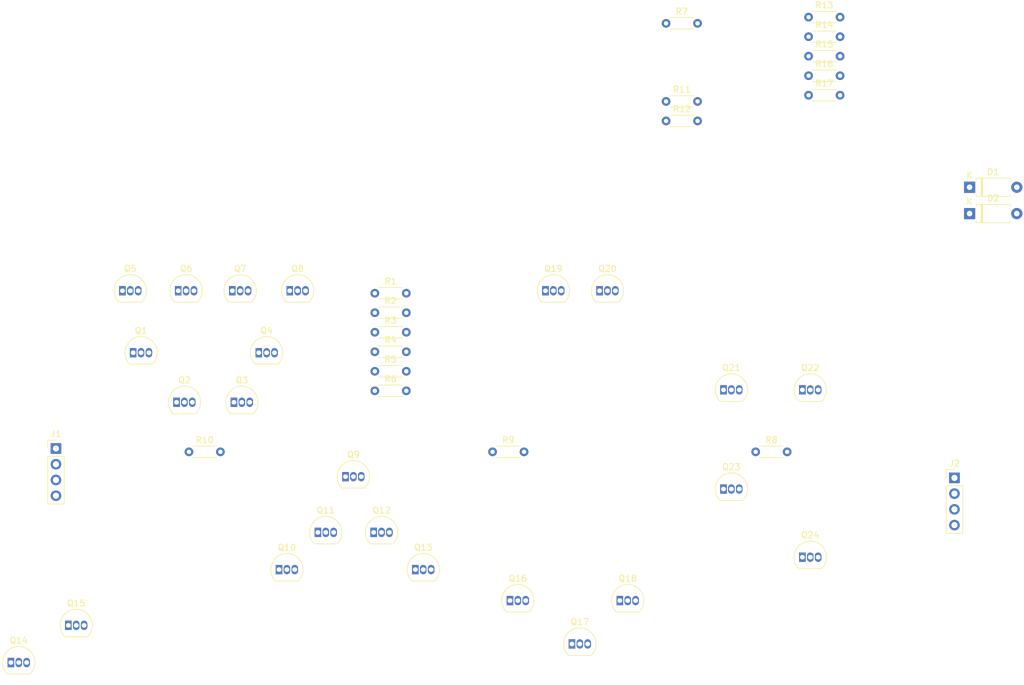
<source format=kicad_pcb>
(kicad_pcb (version 20221018) (generator pcbnew)
  (layers (0 "F.Cu" signal) (31 "B.Cu" signal) (34 "B.Paste" user) (35 "F.Paste" user) (36 "B.SilkS" user "B.Silkscreen") (37 "F.SilkS" user "F.Silkscreen") (38 "B.Mask" user) (39 "F.Mask" user) (44 "Edge.Cuts" user))
  (net 0 "")
  (net 1 "Net-(D1-K)")
  (net 2 "Output")
  (net 3 "Net-(D2-K)")
  (net 4 "Net-(D2-A)")
  (net 5 "Reset")
  (net 6 "Trigger")
  (net 7 "GND")
  (net 8 "VCC")
  (net 9 "Discharge")
  (net 10 "Threshold")
  (net 11 "Control Voltage")
  (net 12 "Net-(Q1-E)")
  (net 13 "Net-(Q1-C)")
  (net 14 "Net-(Q2-E)")
  (net 15 "Net-(Q3-B)")
  (net 16 "Net-(Q3-C)")
  (net 17 "Net-(Q11-E)")
  (net 18 "Net-(Q5-E)")
  (net 19 "Net-(Q6-E)")
  (net 20 "Net-(Q16-B)")
  (net 21 "Net-(Q8-E)")
  (net 22 "Net-(Q9-E)")
  (net 23 "Net-(Q10-E)")
  (net 24 "Net-(Q11-C)")
  (net 25 "Net-(Q12-B)")
  (net 26 "Net-(Q12-C)")
  (net 27 "Net-(Q13-B)")
  (net 28 "Net-(Q14-B)")
  (net 29 "Net-(Q18-C)")
  (net 30 "Net-(Q21-C)")
  (net 31 "Net-(Q23-E)")
  (net 32 "Net-(Q24-B)")
  (footprint "Package_TO_SOT_THT:TO-92_Inline" (layer "F.Cu") (at 144 77)
    (fp_text reference "Q19" (at 1.27 -3.56) (layer "F.SilkS"))
    (fp_text value "2N3906")
    (fp_line (start -0.53 1.85) (end 3.07 1.85) (stroke (width 0.12)) (layer "F.SilkS"))
    (fp_arc (start -0.568478 1.838478) (mid -1.132087 -0.994977) (end 1.27 -2.6) (stroke (width 0.12)) (layer "F.SilkS"))
    (fp_arc (start 1.27 -2.6) (mid 3.672087 -0.994977) (end 3.108478 1.838478) (stroke (width 0.12)) (layer "F.SilkS"))
    (pad "1" thru_hole rect (at 0 0) (size 1.05 1.5) (drill 0.75) (layers "*.Cu" "*.Mask") (net 8 "VCC"))
    (pad "2" thru_hole oval (at 1.27 0) (size 1.05 1.5) (drill 0.75) (layers "*.Cu" "*.Mask") (net 20 "Net-(Q16-B)"))
    (pad "3" thru_hole oval (at 2.54 0) (size 1.05 1.5) (drill 0.75) (layers "*.Cu" "*.Mask") (net 20 "Net-(Q16-B)"))
  )
  (footprint "Package_TO_SOT_THT:TO-92_Inline" (layer "F.Cu") (at 116.27 116)
    (fp_text reference "Q12" (at 1.27 -3.56) (layer "F.SilkS"))
    (fp_text value "2N3906")
    (fp_line (start -0.53 1.85) (end 3.07 1.85) (stroke (width 0.12)) (layer "F.SilkS"))
    (fp_arc (start -0.568478 1.838478) (mid -1.132087 -0.994977) (end 1.27 -2.6) (stroke (width 0.12)) (layer "F.SilkS"))
    (fp_arc (start 1.27 -2.6) (mid 3.672087 -0.994977) (end 3.108478 1.838478) (stroke (width 0.12)) (layer "F.SilkS"))
    (pad "1" thru_hole rect (at 0 0) (size 1.05 1.5) (drill 0.75) (layers "*.Cu" "*.Mask") (net 17 "Net-(Q11-E)"))
    (pad "2" thru_hole oval (at 1.27 0) (size 1.05 1.5) (drill 0.75) (layers "*.Cu" "*.Mask") (net 25 "Net-(Q12-B)"))
    (pad "3" thru_hole oval (at 2.54 0) (size 1.05 1.5) (drill 0.75) (layers "*.Cu" "*.Mask") (net 26 "Net-(Q12-C)"))
  )
  (footprint "Resistor_THT:R_Axial_DIN0204_L3.6mm_D1.6mm_P5.08mm_Horizontal" (layer "F.Cu") (at 163.46 33.85)
    (fp_text reference "R7" (at 2.54 -1.92) (layer "F.SilkS"))
    (fp_text value "R")
    (fp_line (start 0.62 -0.92) (end 4.46 -0.92) (stroke (width 0.12)) (layer "F.SilkS"))
    (fp_line (start 0.62 0.92) (end 4.46 0.92) (stroke (width 0.12)) (layer "F.SilkS"))
    (pad "1" thru_hole circle (at 0 0) (size 1.4 1.4) (drill 0.7) (layers "*.Cu" "*.Mask") (net 26 "Net-(Q12-C)"))
    (pad "2" thru_hole oval (at 5.08 0) (size 1.4 1.4) (drill 0.7) (layers "*.Cu" "*.Mask") (net 7 "GND"))
  )
  (footprint "Resistor_THT:R_Axial_DIN0204_L3.6mm_D1.6mm_P5.08mm_Horizontal" (layer "F.Cu") (at 116.46 83.7)
    (fp_text reference "R3" (at 2.54 -1.92) (layer "F.SilkS"))
    (fp_text value "R")
    (fp_line (start 0.62 -0.92) (end 4.46 -0.92) (stroke (width 0.12)) (layer "F.SilkS"))
    (fp_line (start 0.62 0.92) (end 4.46 0.92) (stroke (width 0.12)) (layer "F.SilkS"))
    (pad "1" thru_hole circle (at 0 0) (size 1.4 1.4) (drill 0.7) (layers "*.Cu" "*.Mask") (net 8 "VCC"))
    (pad "2" thru_hole oval (at 5.08 0) (size 1.4 1.4) (drill 0.7) (layers "*.Cu" "*.Mask") (net 21 "Net-(Q8-E)"))
  )
  (footprint "Resistor_THT:R_Axial_DIN0204_L3.6mm_D1.6mm_P5.08mm_Horizontal" (layer "F.Cu") (at 116.46 90)
    (fp_text reference "R5" (at 2.54 -1.92) (layer "F.SilkS"))
    (fp_text value "R")
    (fp_line (start 0.62 -0.92) (end 4.46 -0.92) (stroke (width 0.12)) (layer "F.SilkS"))
    (fp_line (start 0.62 0.92) (end 4.46 0.92) (stroke (width 0.12)) (layer "F.SilkS"))
    (pad "1" thru_hole circle (at 0 0) (size 1.4 1.4) (drill 0.7) (layers "*.Cu" "*.Mask") (net 14 "Net-(Q2-E)"))
    (pad "2" thru_hole oval (at 5.08 0) (size 1.4 1.4) (drill 0.7) (layers "*.Cu" "*.Mask") (net 7 "GND"))
  )
  (footprint "Package_TO_SOT_THT:TO-92_Inline" (layer "F.Cu") (at 185.46 93)
    (fp_text reference "Q22" (at 1.27 -3.56) (layer "F.SilkS"))
    (fp_text value "2N3904")
    (fp_line (start -0.53 1.85) (end 3.07 1.85) (stroke (width 0.12)) (layer "F.SilkS"))
    (fp_arc (start -0.568478 1.838478) (mid -1.132087 -0.994977) (end 1.27 -2.6) (stroke (width 0.12)) (layer "F.SilkS"))
    (fp_arc (start 1.27 -2.6) (mid 3.672087 -0.994977) (end 3.108478 1.838478) (stroke (width 0.12)) (layer "F.SilkS"))
    (pad "1" thru_hole rect (at 0 0) (size 1.05 1.5) (drill 0.75) (layers "*.Cu" "*.Mask") (net 2 "Output"))
    (pad "2" thru_hole oval (at 1.27 0) (size 1.05 1.5) (drill 0.75) (layers "*.Cu" "*.Mask") (net 30 "Net-(Q21-C)"))
    (pad "3" thru_hole oval (at 2.54 0) (size 1.05 1.5) (drill 0.75) (layers "*.Cu" "*.Mask") (net 8 "VCC"))
  )
  (footprint "Package_TO_SOT_THT:TO-92_Inline" (layer "F.Cu") (at 84.73 77)
    (fp_text reference "Q6" (at 1.27 -3.56) (layer "F.SilkS"))
    (fp_text value "2N3906")
    (fp_line (start -0.53 1.85) (end 3.07 1.85) (stroke (width 0.12)) (layer "F.SilkS"))
    (fp_arc (start -0.568478 1.838478) (mid -1.132087 -0.994977) (end 1.27 -2.6) (stroke (width 0.12)) (layer "F.SilkS"))
    (fp_arc (start 1.27 -2.6) (mid 3.672087 -0.994977) (end 3.108478 1.838478) (stroke (width 0.12)) (layer "F.SilkS"))
    (pad "1" thru_hole rect (at 0 0) (size 1.05 1.5) (drill 0.75) (layers "*.Cu" "*.Mask") (net 19 "Net-(Q6-E)"))
    (pad "2" thru_hole oval (at 1.27 0) (size 1.05 1.5) (drill 0.75) (layers "*.Cu" "*.Mask") (net 13 "Net-(Q1-C)"))
    (pad "3" thru_hole oval (at 2.54 0) (size 1.05 1.5) (drill 0.75) (layers "*.Cu" "*.Mask") (net 20 "Net-(Q16-B)"))
  )
  (footprint "Resistor_THT:R_Axial_DIN0204_L3.6mm_D1.6mm_P5.08mm_Horizontal" (layer "F.Cu") (at 135.46 103)
    (fp_text reference "R9" (at 2.54 -1.92) (layer "F.SilkS"))
    (fp_text value "R")
    (fp_line (start 0.62 -0.92) (end 4.46 -0.92) (stroke (width 0.12)) (layer "F.SilkS"))
    (fp_line (start 0.62 0.92) (end 4.46 0.92) (stroke (width 0.12)) (layer "F.SilkS"))
    (pad "1" thru_hole circle (at 0 0) (size 1.4 1.4) (drill 0.7) (layers "*.Cu" "*.Mask") (net 11 "Control Voltage"))
    (pad "2" thru_hole oval (at 5.08 0) (size 1.4 1.4) (drill 0.7) (layers "*.Cu" "*.Mask") (net 27 "Net-(Q13-B)"))
  )
  (footprint "Resistor_THT:R_Axial_DIN0204_L3.6mm_D1.6mm_P5.08mm_Horizontal" (layer "F.Cu") (at 177.92 103)
    (fp_text reference "R8" (at 2.54 -1.92) (layer "F.SilkS"))
    (fp_text value "R")
    (fp_line (start 0.62 -0.92) (end 4.46 -0.92) (stroke (width 0.12)) (layer "F.SilkS"))
    (fp_line (start 0.62 0.92) (end 4.46 0.92) (stroke (width 0.12)) (layer "F.SilkS"))
    (pad "1" thru_hole circle (at 0 0) (size 1.4 1.4) (drill 0.7) (layers "*.Cu" "*.Mask") (net 8 "VCC"))
    (pad "2" thru_hole oval (at 5.08 0) (size 1.4 1.4) (drill 0.7) (layers "*.Cu" "*.Mask") (net 11 "Control Voltage"))
  )
  (footprint "Package_TO_SOT_THT:TO-92_Inline" (layer "F.Cu") (at 57.73 137)
    (fp_text reference "Q14" (at 1.27 -3.56) (layer "F.SilkS"))
    (fp_text value "2N3904")
    (fp_line (start -0.53 1.85) (end 3.07 1.85) (stroke (width 0.12)) (layer "F.SilkS"))
    (fp_arc (start -0.568478 1.838478) (mid -1.132087 -0.994977) (end 1.27 -2.6) (stroke (width 0.12)) (layer "F.SilkS"))
    (fp_arc (start 1.27 -2.6) (mid 3.672087 -0.994977) (end 3.108478 1.838478) (stroke (width 0.12)) (layer "F.SilkS"))
    (pad "1" thru_hole rect (at 0 0) (size 1.05 1.5) (drill 0.75) (layers "*.Cu" "*.Mask") (net 7 "GND"))
    (pad "2" thru_hole oval (at 1.27 0) (size 1.05 1.5) (drill 0.75) (layers "*.Cu" "*.Mask") (net 28 "Net-(Q14-B)"))
    (pad "3" thru_hole oval (at 2.54 0) (size 1.05 1.5) (drill 0.75) (layers "*.Cu" "*.Mask") (net 9 "Discharge"))
  )
  (footprint "Package_TO_SOT_THT:TO-92_Inline" (layer "F.Cu") (at 138.27 127)
    (fp_text reference "Q16" (at 1.27 -3.56) (layer "F.SilkS"))
    (fp_text value "2N3904")
    (fp_line (start -0.53 1.85) (end 3.07 1.85) (stroke (width 0.12)) (layer "F.SilkS"))
    (fp_arc (start -0.568478 1.838478) (mid -1.132087 -0.994977) (end 1.27 -2.6) (stroke (width 0.12)) (layer "F.SilkS"))
    (fp_arc (start 1.27 -2.6) (mid 3.672087 -0.994977) (end 3.108478 1.838478) (stroke (width 0.12)) (layer "F.SilkS"))
    (pad "1" thru_hole rect (at 0 0) (size 1.05 1.5) (drill 0.75) (layers "*.Cu" "*.Mask") (net 7 "GND"))
    (pad "2" thru_hole oval (at 1.27 0) (size 1.05 1.5) (drill 0.75) (layers "*.Cu" "*.Mask") (net 20 "Net-(Q16-B)"))
    (pad "3" thru_hole oval (at 2.54 0) (size 1.05 1.5) (drill 0.75) (layers "*.Cu" "*.Mask") (net 3 "Net-(D2-K)"))
  )
  (footprint "Connector_PinHeader_2.54mm:PinHeader_1x04_P2.54mm_Vertical" (layer "F.Cu") (at 210 107.2)
    (fp_text reference "J2" (at 0 -2.33) (layer "F.SilkS"))
    (fp_text value "Conn_01x04_Pin")
    (fp_line (start -1.33 -1.33) (end 0 -1.33) (stroke (width 0.12)) (layer "F.SilkS"))
    (fp_line (start -1.33 0) (end -1.33 -1.33) (stroke (width 0.12)) (layer "F.SilkS"))
    (fp_line (start -1.33 1.27) (end -1.33 8.95) (stroke (width 0.12)) (layer "F.SilkS"))
    (fp_line (start -1.33 1.27) (end 1.33 1.27) (stroke (width 0.12)) (layer "F.SilkS"))
    (fp_line (start -1.33 8.95) (end 1.33 8.95) (stroke (width 0.12)) (layer "F.SilkS"))
    (fp_line (start 1.33 1.27) (end 1.33 8.95) (stroke (width 0.12)) (layer "F.SilkS"))
    (pad "1" thru_hole rect (at 0 0) (size 1.7 1.7) (drill 1) (layers "*.Cu" "*.Mask") (net 8 "VCC"))
    (pad "2" thru_hole oval (at 0 2.54) (size 1.7 1.7) (drill 1) (layers "*.Cu" "*.Mask") (net 9 "Discharge"))
    (pad "3" thru_hole oval (at 0 5.08) (size 1.7 1.7) (drill 1) (layers "*.Cu" "*.Mask") (net 10 "Threshold"))
    (pad "4" thru_hole oval (at 0 7.62) (size 1.7 1.7) (drill 1) (layers "*.Cu" "*.Mask") (net 11 "Control Voltage"))
  )
  (footprint "Resistor_THT:R_Axial_DIN0204_L3.6mm_D1.6mm_P5.08mm_Horizontal" (layer "F.Cu") (at 116.46 80.55)
    (fp_text reference "R2" (at 2.54 -1.92) (layer "F.SilkS"))
    (fp_text value "R")
    (fp_line (start 0.62 -0.92) (end 4.46 -0.92) (stroke (width 0.12)) (layer "F.SilkS"))
    (fp_line (start 0.62 0.92) (end 4.46 0.92) (stroke (width 0.12)) (layer "F.SilkS"))
    (pad "1" thru_hole circle (at 0 0) (size 1.4 1.4) (drill 0.7) (layers "*.Cu" "*.Mask") (net 8 "VCC"))
    (pad "2" thru_hole oval (at 5.08 0) (size 1.4 1.4) (drill 0.7) (layers "*.Cu" "*.Mask") (net 19 "Net-(Q6-E)"))
  )
  (footprint "Resistor_THT:R_Axial_DIN0204_L3.6mm_D1.6mm_P5.08mm_Horizontal" (layer "F.Cu") (at 186.46 42.3)
    (fp_text reference "R16" (at 2.54 -1.92) (layer "F.SilkS"))
    (fp_text value "R")
    (fp_line (start 0.62 -0.92) (end 4.46 -0.92) (stroke (width 0.12)) (layer "F.SilkS"))
    (fp_line (start 0.62 0.92) (end 4.46 0.92) (stroke (width 0.12)) (layer "F.SilkS"))
    (pad "1" thru_hole circle (at 0 0) (size 1.4 1.4) (drill 0.7) (layers "*.Cu" "*.Mask") (net 31 "Net-(Q23-E)"))
    (pad "2" thru_hole oval (at 5.08 0) (size 1.4 1.4) (drill 0.7) (layers "*.Cu" "*.Mask") (net 28 "Net-(Q14-B)"))
  )
  (footprint "Package_TO_SOT_THT:TO-92_Inline" (layer "F.Cu") (at 123 122)
    (fp_text reference "Q13" (at 1.27 -3.56) (layer "F.SilkS"))
    (fp_text value "2N3906")
    (fp_line (start -0.53 1.85) (end 3.07 1.85) (stroke (width 0.12)) (layer "F.SilkS"))
    (fp_arc (start -0.568478 1.838478) (mid -1.132087 -0.994977) (end 1.27 -2.6) (stroke (width 0.12)) (layer "F.SilkS"))
    (fp_arc (start 1.27 -2.6) (mid 3.672087 -0.994977) (end 3.108478 1.838478) (stroke (width 0.12)) (layer "F.SilkS"))
    (pad "1" thru_hole rect (at 0 0) (size 1.05 1.5) (drill 0.75) (layers "*.Cu" "*.Mask") (net 25 "Net-(Q12-B)"))
    (pad "2" thru_hole oval (at 1.27 0) (size 1.05 1.5) (drill 0.75) (layers "*.Cu" "*.Mask") (net 27 "Net-(Q13-B)"))
    (pad "3" thru_hole oval (at 2.54 0) (size 1.05 1.5) (drill 0.75) (layers "*.Cu" "*.Mask") (net 26 "Net-(Q12-C)"))
  )
  (footprint "Resistor_THT:R_Axial_DIN0204_L3.6mm_D1.6mm_P5.08mm_Horizontal" (layer "F.Cu") (at 86.46 103)
    (fp_text reference "R10" (at 2.54 -1.92) (layer "F.SilkS"))
    (fp_text value "R")
    (fp_line (start 0.62 -0.92) (end 4.46 -0.92) (stroke (width 0.12)) (layer "F.SilkS"))
    (fp_line (start 0.62 0.92) (end 4.46 0.92) (stroke (width 0.12)) (layer "F.SilkS"))
    (pad "1" thru_hole circle (at 0 0) (size 1.4 1.4) (drill 0.7) (layers "*.Cu" "*.Mask") (net 27 "Net-(Q13-B)"))
    (pad "2" thru_hole oval (at 5.08 0) (size 1.4 1.4) (drill 0.7) (layers "*.Cu" "*.Mask") (net 7 "GND"))
  )
  (footprint "Resistor_THT:R_Axial_DIN0204_L3.6mm_D1.6mm_P5.08mm_Horizontal" (layer "F.Cu") (at 163.46 49.6)
    (fp_text reference "R12" (at 2.54 -1.92) (layer "F.SilkS"))
    (fp_text value "R")
    (fp_line (start 0.62 -0.92) (end 4.46 -0.92) (stroke (width 0.12)) (layer "F.SilkS"))
    (fp_line (start 0.62 0.92) (end 4.46 0.92) (stroke (width 0.12)) (layer "F.SilkS"))
    (pad "1" thru_hole circle (at 0 0) (size 1.4 1.4) (drill 0.7) (layers "*.Cu" "*.Mask") (net 8 "VCC"))
    (pad "2" thru_hole oval (at 5.08 0) (size 1.4 1.4) (drill 0.7) (layers "*.Cu" "*.Mask") (net 1 "Net-(D1-K)"))
  )
  (footprint "Package_TO_SOT_THT:TO-92_Inline" (layer "F.Cu") (at 93.46 77)
    (fp_text reference "Q7" (at 1.27 -3.56) (layer "F.SilkS"))
    (fp_text value "2N3906")
    (fp_line (start -0.53 1.85) (end 3.07 1.85) (stroke (width 0.12)) (layer "F.SilkS"))
    (fp_arc (start -0.568478 1.838478) (mid -1.132087 -0.994977) (end 1.27 -2.6) (stroke (width 0.12)) (layer "F.SilkS"))
    (fp_arc (start 1.27 -2.6) (mid 3.672087 -0.994977) (end 3.108478 1.838478) (stroke (width 0.12)) (layer "F.SilkS"))
    (pad "1" thru_hole rect (at 0 0) (size 1.05 1.5) (drill 0.75) (layers "*.Cu" "*.Mask") (net 19 "Net-(Q6-E)"))
    (pad "2" thru_hole oval (at 1.27 0) (size 1.05 1.5) (drill 0.75) (layers "*.Cu" "*.Mask") (net 16 "Net-(Q3-C)"))
    (pad "3" thru_hole oval (at 2.54 0) (size 1.05 1.5) (drill 0.75) (layers "*.Cu" "*.Mask") (net 7 "GND"))
  )
  (footprint "Resistor_THT:R_Axial_DIN0204_L3.6mm_D1.6mm_P5.08mm_Horizontal" (layer "F.Cu") (at 116.46 93.15)
    (fp_text reference "R6" (at 2.54 -1.92) (layer "F.SilkS"))
    (fp_text value "R")
    (fp_line (start 0.62 -0.92) (end 4.46 -0.92) (stroke (width 0.12)) (layer "F.SilkS"))
    (fp_line (start 0.62 0.92) (end 4.46 0.92) (stroke (width 0.12)) (layer "F.SilkS"))
    (pad "1" thru_hole circle (at 0 0) (size 1.4 1.4) (drill 0.7) (layers "*.Cu" "*.Mask") (net 24 "Net-(Q11-C)"))
    (pad "2" thru_hole oval (at 5.08 0) (size 1.4 1.4) (drill 0.7) (layers "*.Cu" "*.Mask") (net 7 "GND"))
  )
  (footprint "Package_TO_SOT_THT:TO-92_Inline" (layer "F.Cu") (at 107.27 116)
    (fp_text reference "Q11" (at 1.27 -3.56) (layer "F.SilkS"))
    (fp_text value "2N3906")
    (fp_line (start -0.53 1.85) (end 3.07 1.85) (stroke (width 0.12)) (layer "F.SilkS"))
    (fp_arc (start -0.568478 1.838478) (mid -1.132087 -0.994977) (end 1.27 -2.6) (stroke (width 0.12)) (layer "F.SilkS"))
    (fp_arc (start 1.27 -2.6) (mid 3.672087 -0.994977) (end 3.108478 1.838478) (stroke (width 0.12)) (layer "F.SilkS"))
    (pad "1" thru_hole rect (at 0 0) (size 1.05 1.5) (drill 0.75) (layers "*.Cu" "*.Mask") (net 17 "Net-(Q11-E)"))
    (pad "2" thru_hole oval (at 1.27 0) (size 1.05 1.5) (drill 0.75) (layers "*.Cu" "*.Mask") (net 23 "Net-(Q10-E)"))
    (pad "3" thru_hole oval (at 2.54 0) (size 1.05 1.5) (drill 0.75) (layers "*.Cu" "*.Mask") (net 24 "Net-(Q11-C)"))
  )
  (footprint "Package_TO_SOT_THT:TO-92_Inline" (layer "F.Cu") (at 84.46 95)
    (fp_text reference "Q2" (at 1.27 -3.56) (layer "F.SilkS"))
    (fp_text value "2N3904")
    (fp_line (start -0.53 1.85) (end 3.07 1.85) (stroke (width 0.12)) (layer "F.SilkS"))
    (fp_arc (start -0.568478 1.838478) (mid -1.132087 -0.994977) (end 1.27 -2.6) (stroke (width 0.12)) (layer "F.SilkS"))
    (fp_arc (start 1.27 -2.6) (mid 3.672087 -0.994977) (end 3.108478 1.838478) (stroke (width 0.12)) (layer "F.SilkS"))
    (pad "1" thru_hole rect (at 0 0) (size 1.05 1.5) (drill 0.75) (layers "*.Cu" "*.Mask") (net 14 "Net-(Q2-E)"))
    (pad "2" thru_hole oval (at 1.27 0) (size 1.05 1.5) (drill 0.75) (layers "*.Cu" "*.Mask") (net 12 "Net-(Q1-E)"))
    (pad "3" thru_hole oval (at 2.54 0) (size 1.05 1.5) (drill 0.75) (layers "*.Cu" "*.Mask") (net 13 "Net-(Q1-C)"))
  )
  (footprint "Package_TO_SOT_THT:TO-92_Inline" (layer "F.Cu") (at 67 131)
    (fp_text reference "Q15" (at 1.27 -3.56) (layer "F.SilkS"))
    (fp_text value "2N3904")
    (fp_line (start -0.53 1.85) (end 3.07 1.85) (stroke (width 0.12)) (layer "F.SilkS"))
    (fp_arc (start -0.568478 1.838478) (mid -1.132087 -0.994977) (end 1.27 -2.6) (stroke (width 0.12)) (layer "F.SilkS"))
    (fp_arc (start 1.27 -2.6) (mid 3.672087 -0.994977) (end 3.108478 1.838478) (stroke (width 0.12)) (layer "F.SilkS"))
    (pad "1" thru_hole rect (at 0 0) (size 1.05 1.5) (drill 0.75) (layers "*.Cu" "*.Mask") (net 28 "Net-(Q14-B)"))
    (pad "2" thru_hole oval (at 1.27 0) (size 1.05 1.5) (drill 0.75) (layers "*.Cu" "*.Mask") (net 5 "Reset"))
    (pad "3" thru_hole oval (at 2.54 0) (size 1.05 1.5) (drill 0.75) (layers "*.Cu" "*.Mask") (net 4 "Net-(D2-A)"))
  )
  (footprint "Resistor_THT:R_Axial_DIN0204_L3.6mm_D1.6mm_P5.08mm_Horizontal" (layer "F.Cu") (at 116.46 77.4)
    (fp_text reference "R1" (at 2.54 -1.92) (layer "F.SilkS"))
    (fp_text value "R")
    (fp_line (start 0.62 -0.92) (end 4.46 -0.92) (stroke (width 0.12)) (layer "F.SilkS"))
    (fp_line (start 0.62 0.92) (end 4.46 0.92) (stroke (width 0.12)) (layer "F.SilkS"))
    (pad "1" thru_hole circle (at 0 0) (size 1.4 1.4) (drill 0.7) (layers "*.Cu" "*.Mask") (net 8 "VCC"))
    (pad "2" thru_hole oval (at 5.08 0) (size 1.4 1.4) (drill 0.7) (layers "*.Cu" "*.Mask") (net 18 "Net-(Q5-E)"))
  )
  (footprint "Package_TO_SOT_THT:TO-92_Inline" (layer "F.Cu") (at 101 122)
    (fp_text reference "Q10" (at 1.27 -3.56) (layer "F.SilkS"))
    (fp_text value "2N3906")
    (fp_line (start -0.53 1.85) (end 3.07 1.85) (stroke (width 0.12)) (layer "F.SilkS"))
    (fp_arc (start -0.568478 1.838478) (mid -1.132087 -0.994977) (end 1.27 -2.6) (stroke (width 0.12)) (layer "F.SilkS"))
    (fp_arc (start 1.27 -2.6) (mid 3.672087 -0.994977) (end 3.108478 1.838478) (stroke (width 0.12)) (layer "F.SilkS"))
    (pad "1" thru_hole rect (at 0 0) (size 1.05 1.5) (drill 0.75) (layers "*.Cu" "*.Mask") (net 23 "Net-(Q10-E)"))
    (pad "2" thru_hole oval (at 1.27 0) (size 1.05 1.5) (drill 0.75) (layers "*.Cu" "*.Mask") (net 6 "Trigger"))
    (pad "3" thru_hole oval (at 2.54 0) (size 1.05 1.5) (drill 0.75) (layers "*.Cu" "*.Mask") (net 7 "GND"))
  )
  (footprint "Package_TO_SOT_THT:TO-92_Inline" (layer "F.Cu") (at 93.73 95)
    (fp_text reference "Q3" (at 1.27 -3.56) (layer "F.SilkS"))
    (fp_text value "2N3904")
    (fp_line (start -0.53 1.85) (end 3.07 1.85) (stroke (width 0.12)) (layer "F.SilkS"))
    (fp_arc (start -0.568478 1.838478) (mid -1.132087 -0.994977) (end 1.27 -2.6) (stroke (width 0.12)) (layer "F.SilkS"))
    (fp_arc (start 1.27 -2.6) (mid 3.672087 -0.994977) (end 3.108478 1.838478) (stroke (width 0.12)) (layer "F.SilkS"))
    (pad "1" thru_hole rect (at 0 0) (size 1.05 1.5) (drill 0.75) (layers "*.Cu" "*.Mask") (net 14 "Net-(Q2-E)"))
    (pad "2" thru_hole oval (at 1.27 0) (size 1.05 1.5) (drill 0.75) (layers "*.Cu" "*.Mask") (net 15 "Net-(Q3-B)"))
    (pad "3" thru_hole oval (at 2.54 0) (size 1.05 1.5) (drill 0.75) (layers "*.Cu" "*.Mask") (net 16 "Net-(Q3-C)"))
  )
  (footprint "Package_TO_SOT_THT:TO-92_Inline" (layer "F.Cu") (at 172.73 93)
    (fp_text reference "Q21" (at 1.27 -3.56) (layer "F.SilkS"))
    (fp_text value "2N3906")
    (fp_line (start -0.53 1.85) (end 3.07 1.85) (stroke (width 0.12)) (layer "F.SilkS"))
    (fp_arc (start -0.568478 1.838478) (mid -1.132087 -0.994977) (end 1.27 -2.6) (stroke (width 0.12)) (layer "F.SilkS"))
    (fp_arc (start 1.27 -2.6) (mid 3.672087 -0.994977) (end 3.108478 1.838478) (stroke (width 0.12)) (layer "F.SilkS"))
    (pad "1" thru_hole rect (at 0 0) (size 1.05 1.5) (drill 0.75) (layers "*.Cu" "*.Mask") (net 8 "VCC"))
    (pad "2" thru_hole oval (at 1.27 0) (size 1.05 1.5) (drill 0.75) (layers "*.Cu" "*.Mask") (net 1 "Net-(D1-K)"))
    (pad "3" thru_hole oval (at 2.54 0) (size 1.05 1.5) (drill 0.75) (layers "*.Cu" "*.Mask") (net 30 "Net-(Q21-C)"))
  )
  (footprint "Resistor_THT:R_Axial_DIN0204_L3.6mm_D1.6mm_P5.08mm_Horizontal" (layer "F.Cu") (at 186.46 39.15)
    (fp_text reference "R15" (at 2.54 -1.92) (layer "F.SilkS"))
    (fp_text value "R")
    (fp_line (start 0.62 -0.92) (end 4.46 -0.92) (stroke (width 0.12)) (layer "F.SilkS"))
    (fp_line (start 0.62 0.92) (end 4.46 0.92) (stroke (width 0.12)) (layer "F.SilkS"))
    (pad "1" thru_hole circle (at 0 0) (size 1.4 1.4) (drill 0.7) (layers "*.Cu" "*.Mask") (net 31 "Net-(Q23-E)"))
    (pad "2" thru_hole oval (at 5.08 0) (size 1.4 1.4) (drill 0.7) (layers "*.Cu" "*.Mask") (net 7 "GND"))
  )
  (footprint "Package_TO_SOT_THT:TO-92_Inline" (layer "F.Cu") (at 97.73 87)
    (fp_text reference "Q4" (at 1.27 -3.56) (layer "F.SilkS"))
    (fp_text value "2N3904")
    (fp_line (start -0.53 1.85) (end 3.07 1.85) (stroke (width 0.12)) (layer "F.SilkS"))
    (fp_arc (start -0.568478 1.838478) (mid -1.132087 -0.994977) (end 1.27 -2.6) (stroke (width 0.12)) (layer "F.SilkS"))
    (fp_arc (start 1.27 -2.6) (mid 3.672087 -0.994977) (end 3.108478 1.838478) (stroke (width 0.12)) (layer "F.SilkS"))
    (pad "1" thru_hole rect (at 0 0) (size 1.05 1.5) (drill 0.75) (layers "*.Cu" "*.Mask") (net 15 "Net-(Q3-B)"))
    (pad "2" thru_hole oval (at 1.27 0) (size 1.05 1.5) (drill 0.75) (layers "*.Cu" "*.Mask") (net 17 "Net-(Q11-E)"))
    (pad "3" thru_hole oval (at 2.54 0) (size 1.05 1.5) (drill 0.75) (layers "*.Cu" "*.Mask") (net 16 "Net-(Q3-C)"))
  )
  (footprint "Package_TO_SOT_THT:TO-92_Inline" (layer "F.Cu") (at 77.46 87)
    (fp_text reference "Q1" (at 1.27 -3.56) (layer "F.SilkS"))
    (fp_text value "2N3904")
    (fp_line (start -0.53 1.85) (end 3.07 1.85) (stroke (width 0.12)) (layer "F.SilkS"))
    (fp_arc (start -0.568478 1.838478) (mid -1.132087 -0.994977) (end 1.27 -2.6) (stroke (width 0.12)) (layer "F.SilkS"))
    (fp_arc (start 1.27 -2.6) (mid 3.672087 -0.994977) (end 3.108478 1.838478) (stroke (width 0.12)) (layer "F.SilkS"))
    (pad "1" thru_hole rect (at 0 0) (size 1.05 1.5) (drill 0.75) (layers "*.Cu" "*.Mask") (net 12 "Net-(Q1-E)"))
    (pad "2" thru_hole oval (at 1.27 0) (size 1.05 1.5) (drill 0.75) (layers "*.Cu" "*.Mask") (net 10 "Threshold"))
    (pad "3" thru_hole oval (at 2.54 0) (size 1.05 1.5) (drill 0.75) (layers "*.Cu" "*.Mask") (net 13 "Net-(Q1-C)"))
  )
  (footprint "Package_TO_SOT_THT:TO-92_Inline" (layer "F.Cu") (at 102.73 77)
    (fp_text reference "Q8" (at 1.27 -3.56) (layer "F.SilkS"))
    (fp_text value "2N3906")
    (fp_line (start -0.53 1.85) (end 3.07 1.85) (stroke (width 0.12)) (layer "F.SilkS"))
    (fp_arc (start -0.568478 1.838478) (mid -1.132087 -0.994977) (end 1.27 -2.6) (stroke (width 0.12)) (layer "F.SilkS"))
    (fp_arc (start 1.27 -2.6) (mid 3.672087 -0.994977) (end 3.108478 1.838478) (stroke (width 0.12)) (layer "F.SilkS"))
    (pad "1" thru_hole rect (at 0 0) (size 1.05 1.5) (drill 0.75) (layers "*.Cu" "*.Mask") (net 21 "Net-(Q8-E)"))
    (pad "2" thru_hole oval (at 1.27 0) (size 1.05 1.5) (drill 0.75) (layers "*.Cu" "*.Mask") (net 16 "Net-(Q3-C)"))
    (pad "3" thru_hole oval (at 2.54 0) (size 1.05 1.5) (drill 0.75) (layers "*.Cu" "*.Mask") (net 16 "Net-(Q3-C)"))
  )
  (footprint "Package_TO_SOT_THT:TO-92_Inline" (layer "F.Cu") (at 156 127)
    (fp_text reference "Q18" (at 1.27 -3.56) (layer "F.SilkS"))
    (fp_text value "2N3904")
    (fp_line (start -0.53 1.85) (end 3.07 1.85) (stroke (width 0.12)) (layer "F.SilkS"))
    (fp_arc (start -0.568478 1.838478) (mid -1.132087 -0.994977) (end 1.27 -2.6) (stroke (width 0.12)) (layer "F.SilkS"))
    (fp_arc (start 1.27 -2.6) (mid 3.672087 -0.994977) (end 3.108478 1.838478) (stroke (width 0.12)) (layer "F.SilkS"))
    (pad "1" thru_hole rect (at 0 0) (size 1.05 1.5) (drill 0.75) (layers "*.Cu" "*.Mask") (net 7 "GND"))
    (pad "2" thru_hole oval (at 1.27 0) (size 1.05 1.5) (drill 0.75) (layers "*.Cu" "*.Mask") (net 3 "Net-(D2-K)"))
    (pad "3" thru_hole oval (at 2.54 0) (size 1.05 1.5) (drill 0.75) (layers "*.Cu" "*.Mask") (net 29 "Net-(Q18-C)"))
  )
  (footprint "Package_TO_SOT_THT:TO-92_Inline" (layer "F.Cu") (at 148.27 134)
    (fp_text reference "Q17" (at 1.27 -3.56) (layer "F.SilkS"))
    (fp_text value "2N3904")
    (fp_line (start -0.53 1.85) (end 3.07 1.85) (stroke (width 0.12)) (layer "F.SilkS"))
    (fp_arc (start -0.568478 1.838478) (mid -1.132087 -0.994977) (end 1.27 -2.6) (stroke (width 0.12)) (layer "F.SilkS"))
    (fp_arc (start 1.27 -2.6) (mid 3.672087 -0.994977) (end 3.108478 1.838478) (stroke (width 0.12)) (layer "F.SilkS"))
    (pad "1" thru_hole rect (at 0 0) (size 1.05 1.5) (drill 0.75) (layers "*.Cu" "*.Mask") (net 7 "GND"))
    (pad "2" thru_hole oval (at 1.27 0) (size 1.05 1.5) (drill 0.75) (layers "*.Cu" "*.Mask") (net 24 "Net-(Q11-C)"))
    (pad "3" thru_hole oval (at 2.54 0) (size 1.05 1.5) (drill 0.75) (layers "*.Cu" "*.Mask") (net 20 "Net-(Q16-B)"))
  )
  (footprint "Diode_THT:D_A-405_P7.62mm_Horizontal" (layer "F.Cu") (at 212.44 60.3)
    (fp_text reference "D1" (at 3.81 -2.47) (layer "F.SilkS"))
    (fp_text value "D")
    (fp_text user "K" (at 0 -1.9) (layer "F.SilkS"))
    (fp_line (start 1.09 -1.47) (end 6.53 -1.47) (stroke (width 0.12)) (layer "F.SilkS"))
    (fp_line (start 1.09 -1.14) (end 1.09 -1.47) (stroke (width 0.12)) (layer "F.SilkS"))
    (fp_line (start 1.09 1.14) (end 1.09 1.47) (stroke (width 0.12)) (layer "F.SilkS"))
    (fp_line (start 1.09 1.47) (end 6.53 1.47) (stroke (width 0.12)) (layer "F.SilkS"))
    (fp_line (start 1.87 -1.47) (end 1.87 1.47) (stroke (width 0.12)) (layer "F.SilkS"))
    (fp_line (start 1.99 -1.47) (end 1.99 1.47) (stroke (width 0.12)) (layer "F.SilkS"))
    (fp_line (start 2.11 -1.47) (end 2.11 1.47) (stroke (width 0.12)) (layer "F.SilkS"))
    (fp_line (start 6.53 -1.47) (end 6.53 -1.14) (stroke (width 0.12)) (layer "F.SilkS"))
    (fp_line (start 6.53 1.47) (end 6.53 1.14) (stroke (width 0.12)) (layer "F.SilkS"))
    (pad "1" thru_hole rect (at 0 0) (size 1.8 1.8) (drill 0.9) (layers "*.Cu" "*.Mask") (net 1 "Net-(D1-K)"))
    (pad "2" thru_hole oval (at 7.62 0) (size 1.8 1.8) (drill 0.9) (layers "*.Cu" "*.Mask") (net 2 "Output"))
  )
  (footprint "Resistor_THT:R_Axial_DIN0204_L3.6mm_D1.6mm_P5.08mm_Horizontal" (layer "F.Cu") (at 163.46 46.45)
    (fp_text reference "R11" (at 2.54 -1.92) (layer "F.SilkS"))
    (fp_text value "R")
    (fp_line (start 0.62 -0.92) (end 4.46 -0.92) (stroke (width 0.12)) (layer "F.SilkS"))
    (fp_line (start 0.62 0.92) (end 4.46 0.92) (stroke (width 0.12)) (layer "F.SilkS"))
    (pad "1" thru_hole circle (at 0 0) (size 1.4 1.4) (drill 0.7) (layers "*.Cu" "*.Mask") (net 20 "Net-(Q16-B)"))
    (pad "2" thru_hole oval (at 5.08 0) (size 1.4 1.4) (drill 0.7) (layers "*.Cu" "*.Mask") (net 4 "Net-(D2-A)"))
  )
  (footprint "Resistor_THT:R_Axial_DIN0204_L3.6mm_D1.6mm_P5.08mm_Horizontal" (layer "F.Cu") (at 186.46 32.85)
    (fp_text reference "R13" (at 2.54 -1.92) (layer "F.SilkS"))
    (fp_text value "R")
    (fp_line (start 0.62 -0.92) (end 4.46 -0.92) (stroke (width 0.12)) (layer "F.SilkS"))
    (fp_line (start 0.62 0.92) (end 4.46 0.92) (stroke (width 0.12)) (layer "F.SilkS"))
    (pad "1" thru_hole circle (at 0 0) (size 1.4 1.4) (drill 0.7) (layers "*.Cu" "*.Mask") (net 30 "Net-(Q21-C)"))
    (pad "2" thru_hole oval (at 5.08 0) (size 1.4 1.4) (drill 0.7) (layers "*.Cu" "*.Mask") (net 2 "Output"))
  )
  (footprint "Package_TO_SOT_THT:TO-92_Inline" (layer "F.Cu") (at 172.73 109)
    (fp_text reference "Q23" (at 1.27 -3.56) (layer "F.SilkS"))
    (fp_text value "2N3904")
    (fp_line (start -0.53 1.85) (end 3.07 1.85) (stroke (width 0.12)) (layer "F.SilkS"))
    (fp_arc (start -0.568478 1.838478) (mid -1.132087 -0.994977) (end 1.27 -2.6) (stroke (width 0.12)) (layer "F.SilkS"))
    (fp_arc (start 1.27 -2.6) (mid 3.672087 -0.994977) (end 3.108478 1.838478) (stroke (width 0.12)) (layer "F.SilkS"))
    (pad "1" thru_hole rect (at 0 0) (size 1.05 1.5) (drill 0.75) (layers "*.Cu" "*.Mask") (net 31 "Net-(Q23-E)"))
    (pad "2" thru_hole oval (at 1.27 0) (size 1.05 1.5) (drill 0.75) (layers "*.Cu" "*.Mask") (net 29 "Net-(Q18-C)"))
    (pad "3" thru_hole oval (at 2.54 0) (size 1.05 1.5) (drill 0.75) (layers "*.Cu" "*.Mask") (net 1 "Net-(D1-K)"))
  )
  (footprint "Resistor_THT:R_Axial_DIN0204_L3.6mm_D1.6mm_P5.08mm_Horizontal" (layer "F.Cu") (at 116.46 86.85)
    (fp_text reference "R4" (at 2.54 -1.92) (layer "F.SilkS"))
    (fp_text value "R")
    (fp_line (start 0.62 -0.92) (end 4.46 -0.92) (stroke (width 0.12)) (layer "F.SilkS"))
    (fp_line (start 0.62 0.92) (end 4.46 0.92) (stroke (width 0.12)) (layer "F.SilkS"))
    (pad "1" thru_hole circle (at 0 0) (size 1.4 1.4) (drill 0.7) (layers "*.Cu" "*.Mask") (net 8 "VCC"))
    (pad "2" thru_hole oval (at 5.08 0) (size 1.4 1.4) (drill 0.7) (layers "*.Cu" "*.Mask") (net 22 "Net-(Q9-E)"))
  )
  (footprint "Resistor_THT:R_Axial_DIN0204_L3.6mm_D1.6mm_P5.08mm_Horizontal" (layer "F.Cu") (at 186.46 36)
    (fp_text reference "R14" (at 2.54 -1.92) (layer "F.SilkS"))
    (fp_text value "R")
    (fp_line (start 0.62 -0.92) (end 4.46 -0.92) (stroke (width 0.12)) (layer "F.SilkS"))
    (fp_line (start 0.62 0.92) (end 4.46 0.92) (stroke (width 0.12)) (layer "F.SilkS"))
    (pad "1" thru_hole circle (at 0 0) (size 1.4 1.4) (drill 0.7) (layers "*.Cu" "*.Mask") (net 31 "Net-(Q23-E)"))
    (pad "2" thru_hole oval (at 5.08 0) (size 1.4 1.4) (drill 0.7) (layers "*.Cu" "*.Mask") (net 32 "Net-(Q24-B)"))
  )
  (footprint "Package_TO_SOT_THT:TO-92_Inline" (layer "F.Cu") (at 75.73 77)
    (fp_text reference "Q5" (at 1.27 -3.56) (layer "F.SilkS"))
    (fp_text value "2N3906")
    (fp_line (start -0.53 1.85) (end 3.07 1.85) (stroke (width 0.12)) (layer "F.SilkS"))
    (fp_arc (start -0.568478 1.838478) (mid -1.132087 -0.994977) (end 1.27 -2.6) (stroke (width 0.12)) (layer "F.SilkS"))
    (fp_arc (start 1.27 -2.6) (mid 3.672087 -0.994977) (end 3.108478 1.838478) (stroke (width 0.12)) (layer "F.SilkS"))
    (pad "1" thru_hole rect (at 0 0) (size 1.05 1.5) (drill 0.75) (layers "*.Cu" "*.Mask") (net 18 "Net-(Q5-E)"))
    (pad "2" thru_hole oval (at 1.27 0) (size 1.05 1.5) (drill 0.75) (layers "*.Cu" "*.Mask") (net 13 "Net-(Q1-C)"))
    (pad "3" thru_hole oval (at 2.54 0) (size 1.05 1.5) (drill 0.75) (layers "*.Cu" "*.Mask") (net 13 "Net-(Q1-C)"))
  )
  (footprint "Connector_PinHeader_2.54mm:PinHeader_1x04_P2.54mm_Vertical" (layer "F.Cu") (at 65 102.46)
    (fp_text reference "J1" (at 0 -2.33) (layer "F.SilkS"))
    (fp_text value "Conn_01x04_Pin")
    (fp_line (start -1.33 -1.33) (end 0 -1.33) (stroke (width 0.12)) (layer "F.SilkS"))
    (fp_line (start -1.33 0) (end -1.33 -1.33) (stroke (width 0.12)) (layer "F.SilkS"))
    (fp_line (start -1.33 1.27) (end -1.33 8.95) (stroke (width 0.12)) (layer "F.SilkS"))
    (fp_line (start -1.33 1.27) (end 1.33 1.27) (stroke (width 0.12)) (layer "F.SilkS"))
    (fp_line (start -1.33 8.95) (end 1.33 8.95) (stroke (width 0.12)) (layer "F.SilkS"))
    (fp_line (start 1.33 1.27) (end 1.33 8.95) (stroke (width 0.12)) (layer "F.SilkS"))
    (pad "1" thru_hole rect (at 0 0) (size 1.7 1.7) (drill 1) (layers "*.Cu" "*.Mask") (net 5 "Reset"))
    (pad "2" thru_hole oval (at 0 2.54) (size 1.7 1.7) (drill 1) (layers "*.Cu" "*.Mask") (net 2 "Output"))
    (pad "3" thru_hole oval (at 0 5.08) (size 1.7 1.7) (drill 1) (layers "*.Cu" "*.Mask") (net 6 "Trigger"))
    (pad "4" thru_hole oval (at 0 7.62) (size 1.7 1.7) (drill 1) (layers "*.Cu" "*.Mask") (net 7 "GND"))
  )
  (footprint "Resistor_THT:R_Axial_DIN0204_L3.6mm_D1.6mm_P5.08mm_Horizontal" (layer "F.Cu") (at 186.46 45.45)
    (fp_text reference "R17" (at 2.54 -1.92) (layer "F.SilkS"))
    (fp_text value "R")
    (fp_line (start 0.62 -0.92) (end 4.46 -0.92) (stroke (width 0.12)) (layer "F.SilkS"))
    (fp_line (start 0.62 0.92) (end 4.46 0.92) (stroke (width 0.12)) (layer "F.SilkS"))
    (pad "1" thru_hole circle (at 0 0) (size 1.4 1.4) (drill 0.7) (layers "*.Cu" "*.Mask") (net 20 "Net-(Q16-B)"))
    (pad "2" thru_hole oval (at 5.08 0) (size 1.4 1.4) (drill 0.7) (layers "*.Cu" "*.Mask") (net 29 "Net-(Q18-C)"))
  )
  (footprint "Package_TO_SOT_THT:TO-92_Inline" (layer "F.Cu") (at 111.73 107)
    (fp_text reference "Q9" (at 1.27 -3.56) (layer "F.SilkS"))
    (fp_text value "2N3906")
    (fp_line (start -0.53 1.85) (end 3.07 1.85) (stroke (width 0.12)) (layer "F.SilkS"))
    (fp_arc (start -0.568478 1.838478) (mid -1.132087 -0.994977) (end 1.27 -2.6) (stroke (width 0.12)) (layer "F.SilkS"))
    (fp_arc (start 1.27 -2.6) (mid 3.672087 -0.994977) (end 3.108478 1.838478) (stroke (width 0.12)) (layer "F.SilkS"))
    (pad "1" thru_hole rect (at 0 0) (size 1.05 1.5) (drill 0.75) (layers "*.Cu" "*.Mask") (net 22 "Net-(Q9-E)"))
    (pad "2" thru_hole oval (at 1.27 0) (size 1.05 1.5) (drill 0.75) (layers "*.Cu" "*.Mask") (net 20 "Net-(Q16-B)"))
    (pad "3" thru_hole oval (at 2.54 0) (size 1.05 1.5) (drill 0.75) (layers "*.Cu" "*.Mask") (net 17 "Net-(Q11-E)"))
  )
  (footprint "Diode_THT:D_A-405_P7.62mm_Horizontal" (layer "F.Cu") (at 212.44 64.55)
    (fp_text reference "D2" (at 3.81 -2.47) (layer "F.SilkS"))
    (fp_text value "D")
    (fp_text user "K" (at 0 -1.9) (layer "F.SilkS"))
    (fp_line (start 1.09 -1.47) (end 6.53 -1.47) (stroke (width 0.12)) (layer "F.SilkS"))
    (fp_line (start 1.09 -1.14) (end 1.09 -1.47) (stroke (width 0.12)) (layer "F.SilkS"))
    (fp_line (start 1.09 1.14) (end 1.09 1.47) (stroke (width 0.12)) (layer "F.SilkS"))
    (fp_line (start 1.09 1.47) (end 6.53 1.47) (stroke (width 0.12)) (layer "F.SilkS"))
    (fp_line (start 1.87 -1.47) (end 1.87 1.47) (stroke (width 0.12)) (layer "F.SilkS"))
    (fp_line (start 1.99 -1.47) (end 1.99 1.47) (stroke (width 0.12)) (layer "F.SilkS"))
    (fp_line (start 2.11 -1.47) (end 2.11 1.47) (stroke (width 0.12)) (layer "F.SilkS"))
    (fp_line (start 6.53 -1.47) (end 6.53 -1.14) (stroke (width 0.12)) (layer "F.SilkS"))
    (fp_line (start 6.53 1.47) (end 6.53 1.14) (stroke (width 0.12)) (layer "F.SilkS"))
    (pad "1" thru_hole rect (at 0 0) (size 1.8 1.8) (drill 0.9) (layers "*.Cu" "*.Mask") (net 3 "Net-(D2-K)"))
    (pad "2" thru_hole oval (at 7.62 0) (size 1.8 1.8) (drill 0.9) (layers "*.Cu" "*.Mask") (net 4 "Net-(D2-A)"))
  )
  (footprint "Package_TO_SOT_THT:TO-92_Inline" (layer "F.Cu") (at 185.46 120)
    (fp_text reference "Q24" (at 1.27 -3.56) (layer "F.SilkS"))
    (fp_text value "2N3904")
    (fp_line (start -0.53 1.85) (end 3.07 1.85) (stroke (width 0.12)) (layer "F.SilkS"))
    (fp_arc (start -0.568478 1.838478) (mid -1.132087 -0.994977) (end 1.27 -2.6) (stroke (width 0.12)) (layer "F.SilkS"))
    (fp_arc (start 1.27 -2.6) (mid 3.672087 -0.994977) (end 3.108478 1.838478) (stroke (width 0.12)) (layer "F.SilkS"))
    (pad "1" thru_hole rect (at 0 0) (size 1.05 1.5) (drill 0.75) (layers "*.Cu" "*.Mask") (net 7 "GND"))
    (pad "2" thru_hole oval (at 1.27 0) (size 1.05 1.5) (drill 0.75) (layers "*.Cu" "*.Mask") (net 32 "Net-(Q24-B)"))
    (pad "3" thru_hole oval (at 2.54 0) (size 1.05 1.5) (drill 0.75) (layers "*.Cu" "*.Mask") (net 2 "Output"))
  )
  (footprint "Package_TO_SOT_THT:TO-92_Inline" (layer "F.Cu") (at 152.73 77)
    (fp_text reference "Q20" (at 1.27 -3.56) (layer "F.SilkS"))
    (fp_text value "2N3906")
    (fp_line (start -0.53 1.85) (end 3.07 1.85) (stroke (width 0.12)) (layer "F.SilkS"))
    (fp_arc (start -0.568478 1.838478) (mid -1.132087 -0.994977) (end 1.27 -2.6) (stroke (width 0.12)) (layer "F.SilkS"))
    (fp_arc (start 1.27 -2.6) (mid 3.672087 -0.994977) (end 3.108478 1.838478) (stroke (width 0.12)) (layer "F.SilkS"))
    (pad "1" thru_hole rect (at 0 0) (size 1.05 1.5) (drill 0.75) (layers "*.Cu" "*.Mask") (net 8 "VCC"))
    (pad "2" thru_hole oval (at 1.27 0) (size 1.05 1.5) (drill 0.75) (layers "*.Cu" "*.Mask") (net 20 "Net-(Q16-B)"))
    (pad "3" thru_hole oval (at 2.54 0) (size 1.05 1.5) (drill 0.75) (layers "*.Cu" "*.Mask") (net 29 "Net-(Q18-C)"))
  )
)
</source>
